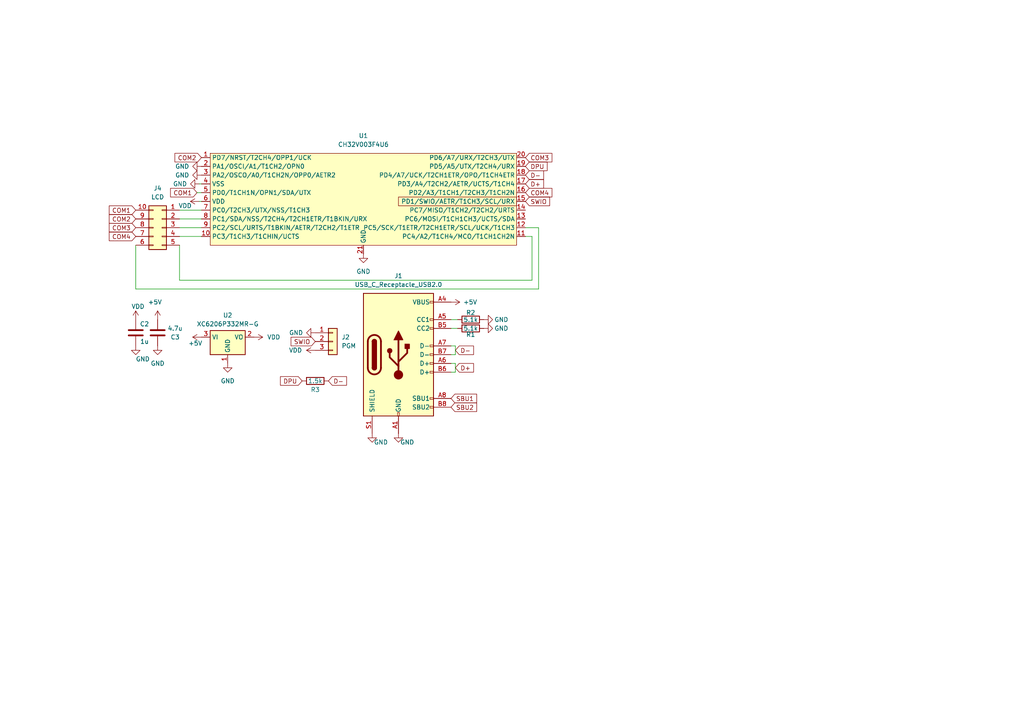
<source format=kicad_sch>
(kicad_sch (version 20231120) (generator "eeschema") (generator_version "8.0")
  (paper "A4")
  (lib_symbols
    (symbol "CH32V003F4U6:CH32V003F4U6"
      (property "Reference" "U" (at 0 0 0))
      (property "Value" "CH32V003F4U6" (at 0 3.81 0))
      (symbol "CH32V003F4U6_0_1"
        (rectangle (start -44.45 12.7) (end 44.45 -13.97) (fill (type background)))
        (rectangle (start 10.16 0) (end 44.45 -2.54) (fill (type background)))
      )
      (symbol "CH32V003F4U6_1_1"
        (pin bidirectional line (at -46.99 11.43 0) (length 2.54) (name "PD7/NRST/T2CH4/OPP1/UCK") (number "1"))
        (pin bidirectional line (at -46.99 -11.43 0) (length 2.54) (name "PC3/T1CH3/T1CHIN/UCTS") (number "10"))
        (pin bidirectional line (at 46.99 -11.43 180) (length 2.54) (name "PC4/A2/T1CH4/MCO/T1CH1CH2N") (number "11"))
        (pin bidirectional line (at 46.99 -8.89 180) (length 2.54) (name "PC5/SCK/T1ETR/T2CH1ETR/SCL/UCK/T1CH3") (number "12"))
        (pin bidirectional line (at 46.99 -6.35 180) (length 2.54) (name "PC6/MOSI/T1CH1CH3/UCTS/SDA") (number "13"))
        (pin bidirectional line (at 46.99 -3.81 180) (length 2.54) (name "PC7/MISO/T1CH2/T2CH2/URTS") (number "14"))
        (pin bidirectional line (at 46.99 -1.27 180) (length 2.54) (name "PD1/SWIO/AETR/T1CH3/SCL/URX") (number "15"))
        (pin bidirectional line (at 46.99 1.27 180) (length 2.54) (name "PD2/A3/T1CH1/T2CH3/T1CH2N") (number "16"))
        (pin bidirectional line (at 46.99 3.81 180) (length 2.54) (name "PD3/A4/T2CH2/AETR/UCTS/T1CH4") (number "17"))
        (pin bidirectional line (at 46.99 6.35 180) (length 2.54) (name "PD4/A7/UCK/T2CH1ETR/OPO/T1CH4ETR") (number "18"))
        (pin bidirectional line (at 46.99 8.89 180) (length 2.54) (name "PD5/A5/UTX/T2CH4/URX") (number "19"))
        (pin bidirectional line (at -46.99 8.89 0) (length 2.54) (name "PA1/OSCI/A1/T1CH2/OPN0") (number "2"))
        (pin bidirectional line (at 46.99 11.43 180) (length 2.54) (name "PD6/A7/URX/T2CH3/UTX") (number "20"))
        (pin bidirectional line (at 0 -16.51 90) (length 2.54) (name "GND") (number "21"))
        (pin bidirectional line (at -46.99 6.35 0) (length 2.54) (name "PA2/OSCO/A0/T1CH2N/OPP0/AETR2") (number "3"))
        (pin bidirectional line (at -46.99 3.81 0) (length 2.54) (name "VSS") (number "4"))
        (pin bidirectional line (at -46.99 1.27 0) (length 2.54) (name "PD0/T1CH1N/OPN1/SDA/UTX") (number "5"))
        (pin bidirectional line (at -46.99 -1.27 0) (length 2.54) (name "VDD") (number "6"))
        (pin bidirectional line (at -46.99 -3.81 0) (length 2.54) (name "PC0/T2CH3/UTX/NSS/T1CH3") (number "7"))
        (pin bidirectional line (at -46.99 -6.35 0) (length 2.54) (name "PC1/SDA/NSS/T2CH4/T2CH1ETR/T1BKIN/URX") (number "8"))
        (pin bidirectional line (at -46.99 -8.89 0) (length 2.54) (name "PC2/SCL/URTS/T1BKIN/AETR/T2CH2/T1ETR") (number "9"))
      )
    )
    (symbol "Connector:USB_C_Receptacle_USB2.0" (pin_names (offset 1.016))
      (property "Reference" "J" (at -10.16 19.05 0))
      (property "Value" "USB_C_Receptacle_USB2.0" (at 19.05 19.05 0))
      (symbol "USB_C_Receptacle_USB2.0_0_0"
        (rectangle (start -0.254 -17.78) (end 0.254 -16.764))
        (rectangle (start 10.16 -14.986) (end 9.144 -15.494))
        (rectangle (start 10.16 -12.446) (end 9.144 -12.954))
        (rectangle (start 10.16 -4.826) (end 9.144 -5.334))
        (rectangle (start 10.16 -2.286) (end 9.144 -2.794))
        (rectangle (start 10.16 0.254) (end 9.144 -0.254))
        (rectangle (start 10.16 2.794) (end 9.144 2.286))
        (rectangle (start 10.16 7.874) (end 9.144 7.366))
        (rectangle (start 10.16 10.414) (end 9.144 9.906))
        (rectangle (start 10.16 15.494) (end 9.144 14.986))
      )
      (symbol "USB_C_Receptacle_USB2.0_0_1"
        (rectangle (start -10.16 17.78) (end 10.16 -17.78) (stroke (width 0.254)) (fill (type background)))
        (arc (start -8.89 -3.81) (mid -6.985 -5.7067) (end -5.08 -3.81) (stroke (width 0.508)))
        (arc (start -7.62 -3.81) (mid -6.985 -4.4423) (end -6.35 -3.81) (stroke (width 0.254)))
        (arc (start -7.62 -3.81) (mid -6.985 -4.4423) (end -6.35 -3.81) (stroke (width 0.254)) (fill (type outline)))
        (rectangle (start -7.62 -3.81) (end -6.35 3.81) (stroke (width 0.254)) (fill (type outline)))
        (arc (start -6.35 3.81) (mid -6.985 4.4423) (end -7.62 3.81) (stroke (width 0.254)))
        (arc (start -6.35 3.81) (mid -6.985 4.4423) (end -7.62 3.81) (stroke (width 0.254)) (fill (type outline)))
        (arc (start -5.08 3.81) (mid -6.985 5.7067) (end -8.89 3.81) (stroke (width 0.508)))
        (circle (center -2.54 1.143) (radius 0.635) (stroke (width 0.254)) (fill (type outline)))
        (circle (center 0 -5.842) (radius 1.27) (fill (type outline)))
        (polyline (pts (xy -8.89 -3.81) (xy -8.89 3.81)) (stroke (width 0.508)))
        (polyline (pts (xy -5.08 3.81) (xy -5.08 -3.81)) (stroke (width 0.508)))
        (polyline (pts (xy 0 -5.842) (xy 0 4.318)) (stroke (width 0.508)))
        (polyline (pts (xy 0 -3.302) (xy -2.54 -0.762) (xy -2.54 0.508)) (stroke (width 0.508)))
        (polyline (pts (xy 0 -2.032) (xy 2.54 0.508) (xy 2.54 1.778)) (stroke (width 0.508)))
        (polyline (pts (xy -1.27 4.318) (xy 0 6.858) (xy 1.27 4.318) (xy -1.27 4.318)) (stroke (width 0.254)) (fill (type outline)))
        (rectangle (start 1.905 1.778) (end 3.175 3.048) (stroke (width 0.254)) (fill (type outline)))
      )
      (symbol "USB_C_Receptacle_USB2.0_1_1"
        (pin passive line (at 0 -22.86 90) (length 5.08) (name "GND") (number "A1"))
        (pin passive line (at 0 -22.86 90) (length 5.08) hide (name "GND") (number "A12"))
        (pin passive line (at 15.24 15.24 180) (length 5.08) (name "VBUS") (number "A4"))
        (pin bidirectional line (at 15.24 10.16 180) (length 5.08) (name "CC1") (number "A5"))
        (pin bidirectional line (at 15.24 -2.54 180) (length 5.08) (name "D+") (number "A6"))
        (pin bidirectional line (at 15.24 2.54 180) (length 5.08) (name "D-") (number "A7"))
        (pin bidirectional line (at 15.24 -12.7 180) (length 5.08) (name "SBU1") (number "A8"))
        (pin passive line (at 15.24 15.24 180) (length 5.08) hide (name "VBUS") (number "A9"))
        (pin passive line (at 0 -22.86 90) (length 5.08) hide (name "GND") (number "B1"))
        (pin passive line (at 0 -22.86 90) (length 5.08) hide (name "GND") (number "B12"))
        (pin passive line (at 15.24 15.24 180) (length 5.08) hide (name "VBUS") (number "B4"))
        (pin bidirectional line (at 15.24 7.62 180) (length 5.08) (name "CC2") (number "B5"))
        (pin bidirectional line (at 15.24 -5.08 180) (length 5.08) (name "D+") (number "B6"))
        (pin bidirectional line (at 15.24 0 180) (length 5.08) (name "D-") (number "B7"))
        (pin bidirectional line (at 15.24 -15.24 180) (length 5.08) (name "SBU2") (number "B8"))
        (pin passive line (at 15.24 15.24 180) (length 5.08) hide (name "VBUS") (number "B9"))
        (pin passive line (at -7.62 -22.86 90) (length 5.08) (name "SHIELD") (number "S1"))
      )
    )
    (symbol "Connector_Generic:Conn_01x03" (pin_names (offset 1.016) hide)
      (property "Reference" "J" (at 0 5.08 0))
      (property "Value" "Conn_01x03" (at 0 -5.08 0))
      (symbol "Conn_01x03_1_1"
        (rectangle (start -1.27 -2.413) (end 0 -2.667) (stroke (width 0.1524)))
        (rectangle (start -1.27 0.127) (end 0 -0.127) (stroke (width 0.1524)))
        (rectangle (start -1.27 2.667) (end 0 2.413) (stroke (width 0.1524)))
        (rectangle (start -1.27 3.81) (end 1.27 -3.81) (stroke (width 0.254)) (fill (type background)))
        (pin passive line (at -5.08 2.54 0) (length 3.81) (name "Pin_1") (number "1"))
        (pin passive line (at -5.08 0 0) (length 3.81) (name "Pin_2") (number "2"))
        (pin passive line (at -5.08 -2.54 0) (length 3.81) (name "Pin_3") (number "3"))
      )
    )
    (symbol "Connector_Generic:Conn_02x05_Counter_Clockwise" (pin_names (offset 1.016) hide)
      (property "Reference" "J" (at 1.27 7.62 0))
      (property "Value" "Conn_02x05_Counter_Clockwise" (at 1.27 -7.62 0))
      (symbol "Conn_02x05_Counter_Clockwise_1_1"
        (rectangle (start -1.27 -4.953) (end 0 -5.207) (stroke (width 0.1524)))
        (rectangle (start -1.27 -2.413) (end 0 -2.667) (stroke (width 0.1524)))
        (rectangle (start -1.27 0.127) (end 0 -0.127) (stroke (width 0.1524)))
        (rectangle (start -1.27 2.667) (end 0 2.413) (stroke (width 0.1524)))
        (rectangle (start -1.27 5.207) (end 0 4.953) (stroke (width 0.1524)))
        (rectangle (start -1.27 6.35) (end 3.81 -6.35) (stroke (width 0.254)) (fill (type background)))
        (rectangle (start 3.81 -4.953) (end 2.54 -5.207) (stroke (width 0.1524)))
        (rectangle (start 3.81 -2.413) (end 2.54 -2.667) (stroke (width 0.1524)))
        (rectangle (start 3.81 0.127) (end 2.54 -0.127) (stroke (width 0.1524)))
        (rectangle (start 3.81 2.667) (end 2.54 2.413) (stroke (width 0.1524)))
        (rectangle (start 3.81 5.207) (end 2.54 4.953) (stroke (width 0.1524)))
        (pin passive line (at -5.08 5.08 0) (length 3.81) (name "Pin_1") (number "1"))
        (pin passive line (at 7.62 5.08 180) (length 3.81) (name "Pin_10") (number "10"))
        (pin passive line (at -5.08 2.54 0) (length 3.81) (name "Pin_2") (number "2"))
        (pin passive line (at -5.08 0 0) (length 3.81) (name "Pin_3") (number "3"))
        (pin passive line (at -5.08 -2.54 0) (length 3.81) (name "Pin_4") (number "4"))
        (pin passive line (at -5.08 -5.08 0) (length 3.81) (name "Pin_5") (number "5"))
        (pin passive line (at 7.62 -5.08 180) (length 3.81) (name "Pin_6") (number "6"))
        (pin passive line (at 7.62 -2.54 180) (length 3.81) (name "Pin_7") (number "7"))
        (pin passive line (at 7.62 0 180) (length 3.81) (name "Pin_8") (number "8"))
        (pin passive line (at 7.62 2.54 180) (length 3.81) (name "Pin_9") (number "9"))
      )
    )
    (symbol "Device:C" (pin_numbers hide) (pin_names (offset 0.254))
      (property "Reference" "C" (at 0.635 2.54 0))
      (property "Value" "C" (at 0.635 -2.54 0))
      (symbol "C_0_1"
        (polyline (pts (xy -2.032 -0.762) (xy 2.032 -0.762)) (stroke (width 0.508)))
        (polyline (pts (xy -2.032 0.762) (xy 2.032 0.762)) (stroke (width 0.508)))
      )
      (symbol "C_1_1"
        (pin passive line (at 0 3.81 270) (length 2.794) (name "~") (number "1"))
        (pin passive line (at 0 -3.81 90) (length 2.794) (name "~") (number "2"))
      )
    )
    (symbol "Device:R" (pin_numbers hide) (pin_names (offset 0))
      (property "Reference" "R" (at 2.032 0 90))
      (property "Value" "R" (at 0 0 90))
      (symbol "R_0_1"
        (rectangle (start -1.016 -2.54) (end 1.016 2.54) (stroke (width 0.254)))
      )
      (symbol "R_1_1"
        (pin passive line (at 0 3.81 270) (length 1.27) (name "~") (number "1"))
        (pin passive line (at 0 -3.81 90) (length 1.27) (name "~") (number "2"))
      )
    )
    (symbol "Regulator_Linear:LM1117S-3.3"
      (property "Reference" "U" (at -3.81 3.175 0))
      (property "Value" "LM1117S-3.3" (at 0 3.175 0))
      (symbol "LM1117S-3.3_0_1"
        (rectangle (start -5.08 -5.08) (end 5.08 1.905) (stroke (width 0.254)) (fill (type background)))
      )
      (symbol "LM1117S-3.3_1_1"
        (pin power_in line (at 0 -7.62 90) (length 2.54) (name "GND") (number "1"))
        (pin power_out line (at 7.62 0 180) (length 2.54) (name "VO") (number "2"))
        (pin power_in line (at -7.62 0 0) (length 2.54) (name "VI") (number "3"))
      )
    )
    (symbol "power:+5V" (power) (pin_names (offset 0))
      (property "Value" "+5V" (at 0 3.556 0))
      (symbol "+5V_0_1"
        (polyline (pts (xy -0.762 1.27) (xy 0 2.54)))
        (polyline (pts (xy 0 0) (xy 0 2.54)))
        (polyline (pts (xy 0 2.54) (xy 0.762 1.27)))
      )
      (symbol "+5V_1_1"
        (pin power_in line (at 0 0 90) (length 0) hide (name "+5V") (number "1"))
      )
    )
    (symbol "power:GND" (power) (pin_names (offset 0))
      (property "Value" "GND" (at 0 -3.81 0))
      (symbol "GND_0_1"
        (polyline (pts (xy 0 0) (xy 0 -1.27) (xy 1.27 -1.27) (xy 0 -2.54) (xy -1.27 -1.27) (xy 0 -1.27)))
      )
      (symbol "GND_1_1"
        (pin power_in line (at 0 0 270) (length 0) hide (name "GND") (number "1"))
      )
    )
    (symbol "power:VDD" (power) (pin_names (offset 0))
      (property "Value" "VDD" (at 0 3.81 0))
      (symbol "VDD_0_1"
        (polyline (pts (xy -0.762 1.27) (xy 0 2.54)))
        (polyline (pts (xy 0 0) (xy 0 2.54)))
        (polyline (pts (xy 0 2.54) (xy 0.762 1.27)))
      )
      (symbol "VDD_1_1"
        (pin power_in line (at 0 0 90) (length 0) hide (name "VDD") (number "1"))
      )
    )
  )
  (wire (pts (xy 58.42 58.42) (xy 57.785 58.42)))
  (wire (pts (xy 132.08 105.41) (xy 132.08 107.95)))
  (wire (pts (xy 130.81 95.25) (xy 132.715 95.25)))
  (wire (pts (xy 154.305 68.58) (xy 154.305 81.28)))
  (wire (pts (xy 52.07 66.04) (xy 58.42 66.04)))
  (wire (pts (xy 152.4 66.04) (xy 156.21 66.04)))
  (wire (pts (xy 132.08 100.33) (xy 130.81 100.33)))
  (wire (pts (xy 57.15 55.88) (xy 58.42 55.88)))
  (wire (pts (xy 132.08 100.33) (xy 132.08 102.87)))
  (wire (pts (xy 52.07 60.96) (xy 58.42 60.96)))
  (wire (pts (xy 130.81 92.71) (xy 132.715 92.71)))
  (wire (pts (xy 39.37 83.82) (xy 39.37 71.12)))
  (wire (pts (xy 52.07 81.28) (xy 52.07 71.12)))
  (wire (pts (xy 58.42 53.34) (xy 57.785 53.34)))
  (wire (pts (xy 132.08 105.41) (xy 130.81 105.41)))
  (wire (pts (xy 156.21 83.82) (xy 39.37 83.82)))
  (wire (pts (xy 156.21 66.04) (xy 156.21 83.82)))
  (wire (pts (xy 130.81 102.87) (xy 132.08 102.87)))
  (wire (pts (xy 152.4 68.58) (xy 154.305 68.58)))
  (wire (pts (xy 132.08 107.95) (xy 130.81 107.95)))
  (wire (pts (xy 154.305 81.28) (xy 52.07 81.28)))
  (wire (pts (xy 52.07 68.58) (xy 58.42 68.58)))
  (wire (pts (xy 52.07 63.5) (xy 58.42 63.5)))
  (global_label "COM4" (shape input) (at 152.4 55.88 0) (property "Intersheetrefs" "${INTERSHEET_REFS}" (effects (hide yes))))
  (global_label "COM2" (shape input) (at 58.42 45.72 180) (property "Intersheetrefs" "${INTERSHEET_REFS}" (effects (hide yes))))
  (global_label "SBU1" (shape input) (at 130.81 115.57 0) (property "Intersheetrefs" "${INTERSHEET_REFS}" (effects (hide yes))))
  (global_label "DPU" (shape input) (at 152.4 48.26 0) (property "Intersheetrefs" "${INTERSHEET_REFS}" (effects (hide yes))))
  (global_label "SWIO" (shape input) (at 91.44 99.06 180) (property "Intersheetrefs" "${INTERSHEET_REFS}" (effects (hide yes))))
  (global_label "D-" (shape input) (at 95.25 110.49 0) (property "Intersheetrefs" "${INTERSHEET_REFS}" (effects (hide yes))))
  (global_label "COM1" (shape input) (at 39.37 60.96 180) (property "Intersheetrefs" "${INTERSHEET_REFS}" (effects (hide yes))))
  (global_label "D-" (shape input) (at 132.08 101.6 0) (property "Intersheetrefs" "${INTERSHEET_REFS}" (effects (hide yes))))
  (global_label "COM2" (shape input) (at 39.37 63.5 180) (property "Intersheetrefs" "${INTERSHEET_REFS}" (effects (hide yes))))
  (global_label "COM3" (shape input) (at 39.37 66.04 180) (property "Intersheetrefs" "${INTERSHEET_REFS}" (effects (hide yes))))
  (global_label "SWIO" (shape input) (at 152.4 58.42 0) (property "Intersheetrefs" "${INTERSHEET_REFS}" (effects (hide yes))))
  (global_label "DPU" (shape input) (at 87.63 110.49 180) (property "Intersheetrefs" "${INTERSHEET_REFS}" (effects (hide yes))))
  (global_label "D-" (shape input) (at 152.4 50.8 0) (property "Intersheetrefs" "${INTERSHEET_REFS}" (effects (hide yes))))
  (global_label "D+" (shape input) (at 132.08 106.68 0) (property "Intersheetrefs" "${INTERSHEET_REFS}" (effects (hide yes))))
  (global_label "SBU2" (shape input) (at 130.81 118.11 0) (property "Intersheetrefs" "${INTERSHEET_REFS}" (effects (hide yes))))
  (global_label "COM3" (shape input) (at 152.4 45.72 0) (property "Intersheetrefs" "${INTERSHEET_REFS}" (effects (hide yes))))
  (global_label "D+" (shape input) (at 152.4 53.34 0) (property "Intersheetrefs" "${INTERSHEET_REFS}" (effects (hide yes))))
  (global_label "COM1" (shape input) (at 57.15 55.88 180) (property "Intersheetrefs" "${INTERSHEET_REFS}" (effects (hide yes))))
  (global_label "COM4" (shape input) (at 39.37 68.58 180) (property "Intersheetrefs" "${INTERSHEET_REFS}" (effects (hide yes))))
  (symbol (lib_id "power:GND") (at 58.42 50.8 270) (unit 1)
    (property "Reference" "#PWR03" (effects (hide yes)))
    (property "Value" "GND" (at 50.8 50.8 90) (effects (justify left)))
  )
  (symbol (lib_id "power:GND") (at 107.95 125.73 0) (unit 1)
    (property "Reference" "#PWR013" (effects (hide yes)))
    (property "Value" "GND" (at 110.49 128.27 0))
  )
  (symbol (lib_id "power:VDD") (at 39.37 92.71 0) (unit 1)
    (property "Reference" "#PWR05" (effects (hide yes)))
    (property "Value" "VDD" (at 38.1 88.9 0) (effects (justify left)))
  )
  (symbol (lib_id "power:VDD") (at 91.44 101.6 90) (unit 1)
    (property "Reference" "#PWR016" (effects (hide yes)))
    (property "Value" "VDD" (at 87.63 101.5999 90) (effects (justify left)))
  )
  (symbol (lib_id "Regulator_Linear:LM1117S-3.3") (at 66.04 97.79 0) (unit 1)
    (property "Reference" "U2" (at 66.04 91.44 0))
    (property "Value" "XC6206P332MR-G" (at 66.04 93.98 0))
    (property "Footprint" "Package_TO_SOT_SMD:SOT-23" (effects (hide yes)))
    (property "Datasheet" "http://www.ti.com/lit/ds/symlink/lm1117.pdf" (effects (hide yes)))
    (property "LCSC" "C5446" (effects (hide yes)))
  )
  (symbol (lib_id "power:+5V") (at 45.72 92.71 0) (unit 1)
    (property "Reference" "#PWR08" (effects (hide yes)))
    (property "Value" "+5V" (at 46.99 87.63 0) (effects (justify right)))
  )
  (symbol (lib_id "power:GND") (at 66.04 105.41 0) (unit 1)
    (property "Reference" "#PWR011" (effects (hide yes)))
    (property "Value" "GND" (at 66.04 110.49 0))
  )
  (symbol (lib_id "Device:R") (at 136.525 92.71 90) (unit 1)
    (property "Reference" "R2" (at 136.525 90.678 90))
    (property "Value" "5.1k" (at 136.525 92.71 90))
    (property "Footprint" "Resistor_SMD:R_0402_1005Metric" (effects (hide yes)))
    (property "LCSC" "C25905" (effects (hide yes)))
  )
  (symbol (lib_id "power:GND") (at 115.57 125.73 0) (unit 1)
    (property "Reference" "#PWR014" (effects (hide yes)))
    (property "Value" "GND" (at 118.11 128.27 0))
  )
  (symbol (lib_id "Connector_Generic:Conn_01x03") (at 96.52 99.06 0) (unit 1)
    (property "Reference" "J2" (at 99.06 97.79 0) (effects (justify left)))
    (property "Value" "PGM" (at 99.06 100.33 0) (effects (justify left)))
    (property "Footprint" "Connector_PinHeader_2.54mm:PinHeader_1x03_P2.54mm_Vertical" (effects (hide yes)))
  )
  (symbol (lib_id "power:GND") (at 140.335 95.25 90) (unit 1)
    (property "Reference" "#PWR019" (effects (hide yes)))
    (property "Value" "GND" (at 145.415 95.25 90))
  )
  (symbol (lib_id "power:GND") (at 39.37 100.33 0) (unit 1)
    (property "Reference" "#PWR06" (effects (hide yes)))
    (property "Value" "GND" (at 39.37 104.14 0) (effects (justify left)))
  )
  (symbol (lib_id "power:+5V") (at 58.42 97.79 90) (unit 1)
    (property "Reference" "#PWR010" (effects (hide yes)))
    (property "Value" "+5V" (at 54.61 99.568 90) (effects (justify right)))
  )
  (symbol (lib_id "power:GND") (at 91.44 96.52 270) (unit 1)
    (property "Reference" "#PWR015" (effects (hide yes)))
    (property "Value" "GND" (at 83.82 96.52 90) (effects (justify left)))
  )
  (symbol (lib_id "power:GND") (at 45.72 100.33 0) (unit 1)
    (property "Reference" "#PWR09" (effects (hide yes)))
    (property "Value" "GND" (at 45.72 105.41 0))
  )
  (symbol (lib_id "power:GND") (at 140.335 92.71 90) (unit 1)
    (property "Reference" "#PWR018" (effects (hide yes)))
    (property "Value" "GND" (at 145.415 92.71 90))
  )
  (symbol (lib_id "power:GND") (at 105.41 73.66 0) (unit 1)
    (property "Reference" "#PWR07" (effects (hide yes)))
    (property "Value" "GND" (at 105.41 78.74 0))
  )
  (symbol (lib_id "Device:R") (at 91.44 110.49 90) (unit 1)
    (property "Reference" "R3" (at 91.44 113.03 90))
    (property "Value" "1.5k" (at 91.44 110.49 90))
    (property "Footprint" "Resistor_SMD:R_0402_1005Metric" (effects (hide yes)))
    (property "LCSC" "C25867" (effects (hide yes)))
  )
  (symbol (lib_id "power:GND") (at 57.785 53.34 270) (unit 1)
    (property "Reference" "#PWR01" (effects (hide yes)))
    (property "Value" "GND" (at 50.165 53.34 90) (effects (justify left)))
  )
  (symbol (lib_id "power:VDD") (at 57.785 58.42 90) (unit 1)
    (property "Reference" "#PWR02" (effects (hide yes)))
    (property "Value" "VDD" (at 55.626 59.69 90) (effects (justify left)))
  )
  (symbol (lib_id "Connector_Generic:Conn_02x05_Counter_Clockwise") (at 46.99 66.04 0) (mirror y) (unit 1)
    (property "Reference" "J4" (at 45.72 54.61 0))
    (property "Value" "LCD" (at 45.72 57.15 0))
    (property "Footprint" "cnhardware:TINY_LCD_3_DIGIT" (effects (hide yes)))
    (property "Description" "Generic connector, double row, 02x05, counter clockwise pin numbering scheme (similar to DIP package numbering), script generated (kicad-library-utils/schlib/autogen/connector/)" (effects (hide yes)))
  )
  (symbol (lib_id "CH32V003F4U6:CH32V003F4U6") (at 105.41 57.15 0) (unit 1)
    (property "Reference" "U1" (at 105.41 39.37 0))
    (property "Value" "CH32V003F4U6" (at 105.41 41.91 0))
    (property "Footprint" "Package_DFN_QFN:QFN-20-1EP_3x3mm_P0.4mm_EP1.65x1.65mm" (effects (hide yes)))
    (property "LCSC" "C5299908" (effects (hide yes)))
  )
  (symbol (lib_id "Connector:USB_C_Receptacle_USB2.0") (at 115.57 102.87 0) (unit 1)
    (property "Reference" "J1" (at 115.57 80.01 0))
    (property "Value" "USB_C_Receptacle_USB2.0" (at 115.57 82.55 0))
    (property "Footprint" "cnhardware:USB_C_PADDLE" (effects (hide yes)))
    (property "Datasheet" "https://www.usb.org/sites/default/files/documents/usb_type-c.zip" (effects (hide yes)))
  )
  (symbol (lib_id "Device:C") (at 39.37 96.52 180) (unit 1)
    (property "Reference" "C2" (at 41.91 93.98 0))
    (property "Value" "1u" (at 41.91 99.06 0))
    (property "Footprint" "Resistor_SMD:R_0402_1005Metric" (effects (hide yes)))
    (property "LCSC" "C52923" (effects (hide yes)))
  )
  (symbol (lib_id "power:GND") (at 58.42 48.26 270) (unit 1)
    (property "Reference" "#PWR04" (effects (hide yes)))
    (property "Value" "GND" (at 50.8 48.26 90) (effects (justify left)))
  )
  (symbol (lib_id "power:VDD") (at 73.66 97.79 270) (unit 1)
    (property "Reference" "#PWR012" (effects (hide yes)))
    (property "Value" "VDD" (at 77.47 97.79 90) (effects (justify left)))
  )
  (symbol (lib_id "Device:R") (at 136.525 95.25 90) (unit 1)
    (property "Reference" "R1" (at 136.525 97.028 90))
    (property "Value" "5.1k" (at 136.525 95.25 90))
    (property "Footprint" "Resistor_SMD:R_0402_1005Metric" (effects (hide yes)))
    (property "LCSC" "C25905" (effects (hide yes)))
  )
  (symbol (lib_id "Device:C") (at 45.72 96.52 180) (unit 1)
    (property "Reference" "C3" (at 50.8 97.79 0))
    (property "Value" "4.7u" (at 50.8 95.25 0))
    (property "Footprint" "Resistor_SMD:R_0402_1005Metric" (effects (hide yes)))
    (property "LCSC" "C23733" (effects (hide yes)))
  )
  (symbol (lib_id "power:+5V") (at 130.81 87.63 270) (unit 1)
    (property "Reference" "#PWR017" (effects (hide yes)))
    (property "Value" "+5V" (at 138.43 87.63 90) (effects (justify right)))
  )
)
</source>
